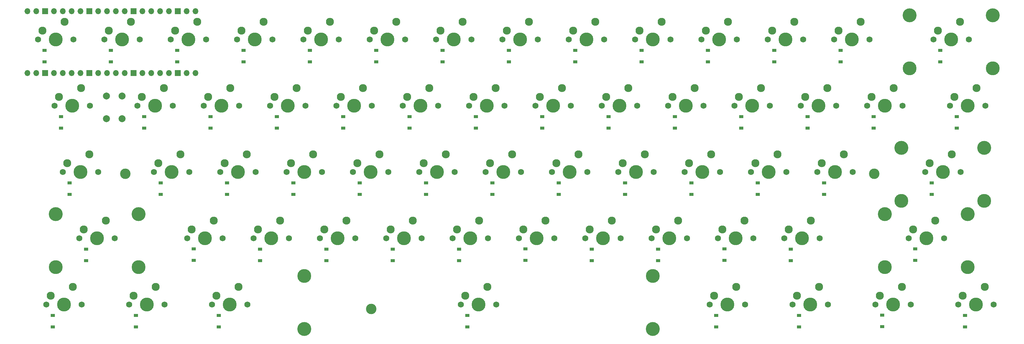
<source format=gbr>
%TF.GenerationSoftware,KiCad,Pcbnew,6.0.6-3a73a75311~116~ubuntu21.10.1*%
%TF.CreationDate,2022-11-06T15:30:45+01:00*%
%TF.ProjectId,Keyboard,4b657962-6f61-4726-942e-6b696361645f,v1*%
%TF.SameCoordinates,Original*%
%TF.FileFunction,Soldermask,Bot*%
%TF.FilePolarity,Negative*%
%FSLAX46Y46*%
G04 Gerber Fmt 4.6, Leading zero omitted, Abs format (unit mm)*
G04 Created by KiCad (PCBNEW 6.0.6-3a73a75311~116~ubuntu21.10.1) date 2022-11-06 15:30:45*
%MOMM*%
%LPD*%
G01*
G04 APERTURE LIST*
%ADD10C,2.000000*%
%ADD11C,1.750000*%
%ADD12C,3.987800*%
%ADD13C,2.300000*%
%ADD14C,3.000000*%
%ADD15O,1.700000X1.700000*%
%ADD16R,1.700000X1.700000*%
%ADD17C,4.000000*%
%ADD18R,1.200000X0.900000*%
G04 APERTURE END LIST*
D10*
%TO.C,SW62*%
X103049900Y-81675900D03*
X103049900Y-88175900D03*
X98549900Y-81675900D03*
X98549900Y-88175900D03*
%TD*%
D11*
%TO.C,SW9*%
X231294900Y-65403300D03*
D12*
X236374900Y-65403300D03*
D11*
X241454900Y-65403300D03*
D13*
X232564900Y-62863300D03*
X238914900Y-60323300D03*
%TD*%
D11*
%TO.C,SW33*%
X169376500Y-103499000D03*
X179536500Y-103499000D03*
D12*
X174456500Y-103499000D03*
D13*
X170646500Y-100959000D03*
X176996500Y-98419000D03*
%TD*%
D11*
%TO.C,SW4*%
X136044900Y-65403300D03*
D12*
X141124900Y-65403300D03*
D11*
X146204900Y-65403300D03*
D13*
X137314900Y-62863300D03*
X143664900Y-60323300D03*
%TD*%
D11*
%TO.C,SW30*%
X112228700Y-103499300D03*
X122388700Y-103499300D03*
D12*
X117308700Y-103499300D03*
D13*
X113498700Y-100959300D03*
X119848700Y-98419300D03*
%TD*%
D11*
%TO.C,SW42*%
X90799000Y-122547800D03*
X100959000Y-122547800D03*
D12*
X95879000Y-122547800D03*
D13*
X92069000Y-120007800D03*
X98419000Y-117467800D03*
%TD*%
D11*
%TO.C,SW25*%
X289075500Y-84450200D03*
X278915500Y-84450200D03*
D12*
X283995500Y-84450200D03*
D13*
X280185500Y-81910200D03*
X286535500Y-79370200D03*
%TD*%
D11*
%TO.C,SW28*%
X340814500Y-84450500D03*
X350974500Y-84450500D03*
D12*
X345894500Y-84450500D03*
D13*
X342084500Y-81910500D03*
X348434500Y-79370500D03*
%TD*%
D12*
%TO.C,SW49*%
X241123500Y-122548100D03*
D11*
X246203500Y-122548100D03*
X236043500Y-122548100D03*
D13*
X237313500Y-120008100D03*
X243663500Y-117468100D03*
%TD*%
D11*
%TO.C,SW12*%
X288444900Y-65403300D03*
D12*
X293524900Y-65403300D03*
D11*
X298604900Y-65403300D03*
D13*
X289714900Y-62863300D03*
X296064900Y-60323300D03*
%TD*%
D12*
%TO.C,SW20*%
X188745500Y-84450200D03*
D11*
X183665500Y-84450200D03*
X193825500Y-84450200D03*
D13*
X184935500Y-81910200D03*
X191285500Y-79370200D03*
%TD*%
D11*
%TO.C,SW11*%
X269394900Y-65403300D03*
X279554900Y-65403300D03*
D12*
X274474900Y-65403300D03*
D13*
X270664900Y-62863300D03*
X277014900Y-60323300D03*
%TD*%
D14*
%TO.C,M1*%
X103974700Y-103974700D03*
%TD*%
D11*
%TO.C,SW40*%
X312886500Y-103499000D03*
X302726500Y-103499000D03*
D12*
X307806500Y-103499000D03*
D13*
X303996500Y-100959000D03*
X310346500Y-98419000D03*
%TD*%
D15*
%TO.C,U1*%
X75851000Y-75085400D03*
X78391000Y-75085400D03*
D16*
X80931000Y-75085400D03*
D15*
X83471000Y-75085400D03*
X86011000Y-75085400D03*
X88551000Y-75085400D03*
X91091000Y-75085400D03*
D16*
X93631000Y-75085400D03*
D15*
X96171000Y-75085400D03*
X98711000Y-75085400D03*
X101251000Y-75085400D03*
X103791000Y-75085400D03*
D16*
X106331000Y-75085400D03*
D15*
X108871000Y-75085400D03*
X111411000Y-75085400D03*
X113951000Y-75085400D03*
X116491000Y-75085400D03*
D16*
X119031000Y-75085400D03*
D15*
X121571000Y-75085400D03*
X124111000Y-75085400D03*
X124111000Y-57305400D03*
X121571000Y-57305400D03*
D16*
X119031000Y-57305400D03*
D15*
X116491000Y-57305400D03*
X113951000Y-57305400D03*
X111411000Y-57305400D03*
X108871000Y-57305400D03*
D16*
X106331000Y-57305400D03*
D15*
X103791000Y-57305400D03*
X101251000Y-57305400D03*
X98711000Y-57305400D03*
X96171000Y-57305400D03*
D16*
X93631000Y-57305400D03*
D15*
X91091000Y-57305400D03*
X88551000Y-57305400D03*
X86011000Y-57305400D03*
X83471000Y-57305400D03*
D16*
X80931000Y-57305400D03*
D15*
X78391000Y-57305400D03*
X75851000Y-57305400D03*
%TD*%
D11*
%TO.C,SW23*%
X250975500Y-84450200D03*
X240815500Y-84450200D03*
D12*
X245895500Y-84450200D03*
D13*
X242085500Y-81910200D03*
X248435500Y-79370200D03*
%TD*%
D11*
%TO.C,SW31*%
X131277500Y-103499300D03*
D12*
X136357500Y-103499300D03*
D11*
X141437500Y-103499300D03*
D13*
X132547500Y-100959300D03*
X138897500Y-98419300D03*
%TD*%
D12*
%TO.C,SW50*%
X260173500Y-122548100D03*
D11*
X265253500Y-122548100D03*
X255093500Y-122548100D03*
D13*
X256363500Y-120008100D03*
X262713500Y-117468100D03*
%TD*%
D11*
%TO.C,SW51*%
X284303500Y-122548100D03*
D12*
X279223500Y-122548100D03*
D11*
X274143500Y-122548100D03*
D13*
X275413500Y-120008100D03*
X281763500Y-117468100D03*
%TD*%
D11*
%TO.C,SW17*%
X126515500Y-84450200D03*
X136675500Y-84450200D03*
D12*
X131595500Y-84450200D03*
D13*
X127785500Y-81910200D03*
X134135500Y-79370200D03*
%TD*%
D11*
%TO.C,SW38*%
X274786500Y-103499000D03*
D12*
X269706500Y-103499000D03*
D11*
X264626500Y-103499000D03*
D13*
X265896500Y-100959000D03*
X272246500Y-98419000D03*
%TD*%
D11*
%TO.C,SW37*%
X245576500Y-103499000D03*
X255736500Y-103499000D03*
D12*
X250656500Y-103499000D03*
D13*
X246846500Y-100959000D03*
X253196500Y-98419000D03*
%TD*%
D11*
%TO.C,SW55*%
X115245400Y-141596900D03*
X105085400Y-141596900D03*
D12*
X110165400Y-141596900D03*
D13*
X106355400Y-139056900D03*
X112705400Y-136516900D03*
%TD*%
D11*
%TO.C,SW14*%
X346229900Y-65403300D03*
X336069900Y-65403300D03*
D12*
X341149900Y-65403300D03*
D13*
X337339900Y-62863300D03*
X343689900Y-60323300D03*
%TD*%
D12*
%TO.C,SW13*%
X312574900Y-65403300D03*
D11*
X317654900Y-65403300D03*
X307494900Y-65403300D03*
D13*
X308764900Y-62863300D03*
X315114900Y-60323300D03*
%TD*%
D12*
%TO.C,SW27*%
X322083500Y-84450200D03*
D11*
X317003500Y-84450200D03*
X327163500Y-84450200D03*
D13*
X318273500Y-81910200D03*
X324623500Y-79370200D03*
%TD*%
D12*
%TO.C,SW16*%
X112546500Y-84450500D03*
D11*
X117626500Y-84450500D03*
X107466500Y-84450500D03*
D13*
X108736500Y-81910500D03*
X115086500Y-79370500D03*
%TD*%
D11*
%TO.C,SW44*%
X140802100Y-122547800D03*
X150962100Y-122547800D03*
D12*
X145882100Y-122547800D03*
D13*
X142072100Y-120007800D03*
X148422100Y-117467800D03*
%TD*%
D11*
%TO.C,SW43*%
X131913100Y-122548100D03*
X121753100Y-122548100D03*
D12*
X126833100Y-122548100D03*
D13*
X123023100Y-120008100D03*
X129373100Y-117468100D03*
%TD*%
D12*
%TO.C,SW32*%
X155406500Y-103499000D03*
D11*
X150326500Y-103499000D03*
X160486500Y-103499000D03*
D13*
X151596500Y-100959000D03*
X157946500Y-98419000D03*
%TD*%
D12*
%TO.C,SW24*%
X264945500Y-84450200D03*
D11*
X259865500Y-84450200D03*
X270025500Y-84450200D03*
D13*
X261135500Y-81910200D03*
X267485500Y-79370200D03*
%TD*%
D12*
%TO.C,SW46*%
X183973500Y-122548100D03*
D11*
X178893500Y-122548100D03*
X189053500Y-122548100D03*
D13*
X180163500Y-120008100D03*
X186513500Y-117468100D03*
%TD*%
D11*
%TO.C,SW52*%
X303352300Y-122548100D03*
X293192300Y-122548100D03*
D12*
X298272300Y-122548100D03*
D13*
X294462300Y-120008100D03*
X300812300Y-117468100D03*
%TD*%
D12*
%TO.C,SW39*%
X288756500Y-103499000D03*
D11*
X283676500Y-103499000D03*
X293836500Y-103499000D03*
D13*
X284946500Y-100959000D03*
X291296500Y-98419000D03*
%TD*%
D12*
%TO.C,SW15*%
X88735500Y-84450500D03*
D11*
X83655500Y-84450500D03*
X93815500Y-84450500D03*
D13*
X84925500Y-81910500D03*
X91275500Y-79370500D03*
%TD*%
D11*
%TO.C,SW21*%
X202715500Y-84450200D03*
D12*
X207795500Y-84450200D03*
D11*
X212875500Y-84450200D03*
D13*
X203985500Y-81910200D03*
X210335500Y-79370200D03*
%TD*%
D11*
%TO.C,SW8*%
X222404900Y-65403300D03*
D12*
X217324900Y-65403300D03*
D11*
X212244900Y-65403300D03*
D13*
X213514900Y-62863300D03*
X219864900Y-60323300D03*
%TD*%
D12*
%TO.C,SW3*%
X122074900Y-65403300D03*
D11*
X127154900Y-65403300D03*
X116994900Y-65403300D03*
D13*
X118264900Y-62863300D03*
X124614900Y-60323300D03*
%TD*%
D11*
%TO.C,SW29*%
X86035100Y-103499300D03*
D12*
X91115100Y-103499300D03*
D11*
X96195100Y-103499300D03*
D13*
X87305100Y-100959300D03*
X93655100Y-98419300D03*
%TD*%
D11*
%TO.C,SW58*%
X271762400Y-141596900D03*
D12*
X276842400Y-141596900D03*
D11*
X281922400Y-141596900D03*
D13*
X273032400Y-139056900D03*
X279382400Y-136516900D03*
%TD*%
D11*
%TO.C,SW53*%
X339068800Y-122548100D03*
D12*
X333988800Y-122548100D03*
D11*
X328908800Y-122548100D03*
D13*
X330178800Y-120008100D03*
X336528800Y-117468100D03*
%TD*%
D12*
%TO.C,STAB4*%
X345895050Y-130803100D03*
D17*
X345895050Y-115563100D03*
X322082550Y-115563100D03*
D12*
X322082550Y-130803100D03*
%TD*%
D11*
%TO.C,SW61*%
X343195400Y-141596900D03*
D12*
X348275400Y-141596900D03*
D11*
X353355400Y-141596900D03*
D13*
X344465400Y-139056900D03*
X350815400Y-136516900D03*
%TD*%
D12*
%TO.C,SW60*%
X324464400Y-141596900D03*
D11*
X319384400Y-141596900D03*
X329544400Y-141596900D03*
D13*
X320654400Y-139056900D03*
X327004400Y-136516900D03*
%TD*%
D12*
%TO.C,SW18*%
X150645500Y-84450200D03*
D11*
X155725500Y-84450200D03*
X145565500Y-84450200D03*
D13*
X146835500Y-81910200D03*
X153185500Y-79370200D03*
%TD*%
D11*
%TO.C,SW26*%
X308125500Y-84450200D03*
X297965500Y-84450200D03*
D12*
X303045500Y-84450200D03*
D13*
X299235500Y-81910200D03*
X305585500Y-79370200D03*
%TD*%
D12*
%TO.C,STAB1*%
X329225850Y-73656700D03*
D17*
X353038350Y-58416700D03*
D12*
X353038350Y-73656700D03*
D17*
X329225850Y-58416700D03*
%TD*%
D12*
%TO.C,SW54*%
X86354600Y-141596600D03*
D11*
X81274600Y-141596600D03*
X91434600Y-141596600D03*
D13*
X82544600Y-139056600D03*
X88894600Y-136516600D03*
%TD*%
D11*
%TO.C,SW2*%
X108104900Y-65403300D03*
D12*
X103024900Y-65403300D03*
D11*
X97944900Y-65403300D03*
D13*
X99214900Y-62863300D03*
X105564900Y-60323300D03*
%TD*%
D12*
%TO.C,SW36*%
X231606500Y-103499000D03*
D11*
X226526500Y-103499000D03*
X236686500Y-103499000D03*
D13*
X227796500Y-100959000D03*
X234146500Y-98419000D03*
%TD*%
D11*
%TO.C,SW5*%
X155094900Y-65403300D03*
X165254900Y-65403300D03*
D12*
X160174900Y-65403300D03*
D13*
X156364900Y-62863300D03*
X162714900Y-60323300D03*
%TD*%
D12*
%TO.C,SW57*%
X205409400Y-141596900D03*
D11*
X210489400Y-141596900D03*
X200329400Y-141596900D03*
D13*
X201599400Y-139056900D03*
X207949400Y-136516900D03*
%TD*%
D11*
%TO.C,SW35*%
X217636500Y-103499000D03*
X207476500Y-103499000D03*
D12*
X212556500Y-103499000D03*
D13*
X208746500Y-100959000D03*
X215096500Y-98419000D03*
%TD*%
D11*
%TO.C,SW19*%
X164615500Y-84450200D03*
X174775500Y-84450200D03*
D12*
X169695500Y-84450200D03*
D13*
X165885500Y-81910200D03*
X172235500Y-79370200D03*
%TD*%
D11*
%TO.C,SW59*%
X305732100Y-141596600D03*
X295572100Y-141596600D03*
D12*
X300652100Y-141596600D03*
D13*
X296842100Y-139056600D03*
X303192100Y-136516600D03*
%TD*%
D12*
%TO.C,SW48*%
X222073500Y-122548100D03*
D11*
X227153500Y-122548100D03*
X216993500Y-122548100D03*
D13*
X218263500Y-120008100D03*
X224613500Y-117468100D03*
%TD*%
D12*
%TO.C,SW10*%
X255424900Y-65403300D03*
D11*
X260504900Y-65403300D03*
X250344900Y-65403300D03*
D13*
X251614900Y-62863300D03*
X257964900Y-60323300D03*
%TD*%
D12*
%TO.C,SW22*%
X226845500Y-84450200D03*
D11*
X231925500Y-84450200D03*
X221765500Y-84450200D03*
D13*
X223035500Y-81910200D03*
X229385500Y-79370200D03*
%TD*%
D17*
%TO.C,STAB3*%
X107785050Y-115563100D03*
D12*
X107785050Y-130803100D03*
X83972550Y-130803100D03*
D17*
X83972550Y-115563100D03*
%TD*%
D11*
%TO.C,SW34*%
X198586500Y-103499000D03*
X188426500Y-103499000D03*
D12*
X193506500Y-103499000D03*
D13*
X189696500Y-100959000D03*
X196046500Y-98419000D03*
%TD*%
D14*
%TO.C,M3*%
X319067400Y-103974700D03*
%TD*%
D12*
%TO.C,STAB2*%
X350657250Y-111754300D03*
D17*
X350657250Y-96514300D03*
D12*
X326844750Y-111754300D03*
D17*
X326844750Y-96514300D03*
%TD*%
D12*
%TO.C,SW45*%
X164930700Y-122548100D03*
D11*
X159850700Y-122548100D03*
X170010700Y-122548100D03*
D13*
X161120700Y-120008100D03*
X167470700Y-117468100D03*
%TD*%
D11*
%TO.C,SW7*%
X203354900Y-65403300D03*
X193194900Y-65403300D03*
D12*
X198274900Y-65403300D03*
D13*
X194464900Y-62863300D03*
X200814900Y-60323300D03*
%TD*%
D12*
%TO.C,REF\u002A\u002A*%
X255415650Y-133341900D03*
D17*
X155403150Y-148581900D03*
X255415650Y-148581900D03*
D12*
X155403150Y-133341900D03*
%TD*%
D11*
%TO.C,SW41*%
X343831000Y-103499300D03*
D12*
X338751000Y-103499300D03*
D11*
X333671000Y-103499300D03*
D13*
X334941000Y-100959300D03*
X341291000Y-98419300D03*
%TD*%
D11*
%TO.C,SW1*%
X78894900Y-65403300D03*
D12*
X83974900Y-65403300D03*
D11*
X89054900Y-65403300D03*
D13*
X80164900Y-62863300D03*
X86514900Y-60323300D03*
%TD*%
D11*
%TO.C,SW6*%
X184304900Y-65403300D03*
D12*
X179224900Y-65403300D03*
D11*
X174144900Y-65403300D03*
D13*
X175414900Y-62863300D03*
X181764900Y-60323300D03*
%TD*%
D14*
%TO.C,M2*%
X174614000Y-142866000D03*
%TD*%
D11*
%TO.C,SW47*%
X208103500Y-122548100D03*
X197943500Y-122548100D03*
D12*
X203023500Y-122548100D03*
D13*
X199213500Y-120008100D03*
X205563500Y-117468100D03*
%TD*%
D11*
%TO.C,SW56*%
X139056400Y-141596900D03*
D12*
X133976400Y-141596900D03*
D11*
X128896400Y-141596900D03*
D13*
X130166400Y-139056900D03*
X136516400Y-136516900D03*
%TD*%
D18*
%TO.C,D61*%
X345100400Y-148009400D03*
X345100400Y-144709400D03*
%TD*%
%TO.C,D19*%
X166520500Y-90862700D03*
X166520500Y-87562700D03*
%TD*%
%TO.C,D5*%
X156999900Y-71815800D03*
X156999900Y-68515800D03*
%TD*%
%TO.C,D16*%
X109371500Y-90863000D03*
X109371500Y-87563000D03*
%TD*%
%TO.C,D52*%
X295097300Y-128960600D03*
X295097300Y-125660600D03*
%TD*%
%TO.C,D8*%
X214149900Y-71815800D03*
X214149900Y-68515800D03*
%TD*%
%TO.C,D44*%
X142707100Y-128960300D03*
X142707100Y-125660300D03*
%TD*%
%TO.C,D22*%
X223670500Y-90862700D03*
X223670500Y-87562700D03*
%TD*%
%TO.C,D42*%
X92704000Y-128960300D03*
X92704000Y-125660300D03*
%TD*%
%TO.C,D25*%
X280820500Y-90862700D03*
X280820500Y-87562700D03*
%TD*%
%TO.C,D24*%
X261770500Y-90862700D03*
X261770500Y-87562700D03*
%TD*%
%TO.C,D50*%
X256998500Y-128960600D03*
X256998500Y-125660600D03*
%TD*%
%TO.C,D45*%
X161755700Y-128960600D03*
X161755700Y-125660600D03*
%TD*%
%TO.C,D34*%
X190331500Y-109911500D03*
X190331500Y-106611500D03*
%TD*%
%TO.C,D41*%
X335576200Y-109911500D03*
X335576200Y-106611500D03*
%TD*%
%TO.C,D18*%
X147470500Y-90862700D03*
X147470500Y-87562700D03*
%TD*%
%TO.C,D2*%
X99849900Y-71815800D03*
X99849900Y-68515800D03*
%TD*%
%TO.C,D3*%
X118899900Y-71815800D03*
X118899900Y-68515800D03*
%TD*%
%TO.C,D55*%
X106990400Y-148009400D03*
X106990400Y-144709400D03*
%TD*%
%TO.C,D11*%
X271299900Y-71815800D03*
X271299900Y-68515800D03*
%TD*%
%TO.C,D13*%
X309399900Y-71815800D03*
X309399900Y-68515800D03*
%TD*%
%TO.C,D15*%
X85560500Y-90863000D03*
X85560500Y-87563000D03*
%TD*%
%TO.C,D49*%
X237948500Y-128960600D03*
X237948500Y-125660600D03*
%TD*%
%TO.C,D31*%
X133182500Y-109911800D03*
X133182500Y-106611800D03*
%TD*%
%TO.C,D38*%
X266531500Y-109911500D03*
X266531500Y-106611500D03*
%TD*%
%TO.C,D26*%
X299870500Y-90862700D03*
X299870500Y-87562700D03*
%TD*%
%TO.C,D46*%
X180798500Y-128960600D03*
X180798500Y-125660600D03*
%TD*%
%TO.C,D35*%
X209381500Y-109911500D03*
X209381500Y-106611500D03*
%TD*%
%TO.C,D17*%
X128420500Y-90862700D03*
X128420500Y-87562700D03*
%TD*%
%TO.C,D10*%
X252249900Y-71815800D03*
X252249900Y-68515800D03*
%TD*%
%TO.C,D20*%
X185570500Y-90862700D03*
X185570500Y-87562700D03*
%TD*%
%TO.C,D21*%
X204620500Y-90862700D03*
X204620500Y-87562700D03*
%TD*%
%TO.C,D1*%
X80799900Y-71815800D03*
X80799900Y-68515800D03*
%TD*%
%TO.C,D27*%
X318908500Y-90862700D03*
X318908500Y-87562700D03*
%TD*%
%TO.C,D48*%
X218898500Y-128898100D03*
X218898500Y-125598100D03*
%TD*%
%TO.C,D23*%
X242720500Y-90862700D03*
X242720500Y-87562700D03*
%TD*%
%TO.C,D56*%
X130801400Y-148009400D03*
X130801400Y-144709400D03*
%TD*%
%TO.C,D28*%
X342719500Y-90862700D03*
X342719500Y-87562700D03*
%TD*%
%TO.C,D6*%
X176049900Y-71815800D03*
X176049900Y-68515800D03*
%TD*%
%TO.C,D33*%
X171281500Y-109911500D03*
X171281500Y-106611500D03*
%TD*%
%TO.C,D40*%
X304631500Y-109911500D03*
X304631500Y-106611500D03*
%TD*%
%TO.C,D54*%
X83179600Y-148009100D03*
X83179600Y-144709100D03*
%TD*%
%TO.C,D39*%
X285581500Y-109911500D03*
X285581500Y-106611500D03*
%TD*%
%TO.C,D29*%
X87940100Y-109911800D03*
X87940100Y-106611800D03*
%TD*%
%TO.C,D60*%
X321289400Y-147946900D03*
X321289400Y-144646900D03*
%TD*%
%TO.C,D37*%
X247481500Y-109911500D03*
X247481500Y-106611500D03*
%TD*%
%TO.C,D4*%
X137949900Y-71815800D03*
X137949900Y-68515800D03*
%TD*%
%TO.C,D14*%
X337974900Y-71815800D03*
X337974900Y-68515800D03*
%TD*%
%TO.C,D47*%
X199848500Y-128960600D03*
X199848500Y-125660600D03*
%TD*%
%TO.C,D12*%
X290349900Y-71815800D03*
X290349900Y-68515800D03*
%TD*%
%TO.C,D57*%
X202234400Y-148009400D03*
X202234400Y-144709400D03*
%TD*%
%TO.C,D59*%
X297477100Y-148009100D03*
X297477100Y-144709100D03*
%TD*%
%TO.C,D30*%
X114133700Y-109911800D03*
X114133700Y-106611800D03*
%TD*%
%TO.C,D53*%
X330821400Y-128873800D03*
X330821400Y-125573800D03*
%TD*%
%TO.C,D9*%
X233199900Y-71815800D03*
X233199900Y-68515800D03*
%TD*%
%TO.C,D51*%
X276048500Y-128898100D03*
X276048500Y-125598100D03*
%TD*%
%TO.C,D58*%
X273667400Y-148009400D03*
X273667400Y-144709400D03*
%TD*%
%TO.C,D36*%
X228431500Y-109911500D03*
X228431500Y-106611500D03*
%TD*%
%TO.C,D7*%
X195099900Y-71815800D03*
X195099900Y-68515800D03*
%TD*%
%TO.C,D43*%
X123658100Y-128898100D03*
X123658100Y-125598100D03*
%TD*%
%TO.C,D32*%
X152231500Y-109911500D03*
X152231500Y-106611500D03*
%TD*%
M02*

</source>
